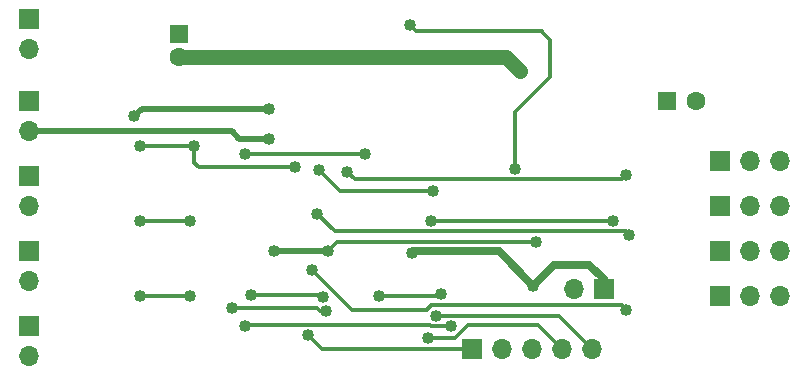
<source format=gbl>
G04 #@! TF.GenerationSoftware,KiCad,Pcbnew,8.0.6*
G04 #@! TF.CreationDate,2024-10-31T15:11:46-07:00*
G04 #@! TF.ProjectId,RocketServo,526f636b-6574-4536-9572-766f2e6b6963,n/c*
G04 #@! TF.SameCoordinates,Original*
G04 #@! TF.FileFunction,Copper,L2,Bot*
G04 #@! TF.FilePolarity,Positive*
%FSLAX46Y46*%
G04 Gerber Fmt 4.6, Leading zero omitted, Abs format (unit mm)*
G04 Created by KiCad (PCBNEW 8.0.6) date 2024-10-31 15:11:46*
%MOMM*%
%LPD*%
G01*
G04 APERTURE LIST*
G04 #@! TA.AperFunction,ComponentPad*
%ADD10R,1.700000X1.700000*%
G04 #@! TD*
G04 #@! TA.AperFunction,ComponentPad*
%ADD11O,1.700000X1.700000*%
G04 #@! TD*
G04 #@! TA.AperFunction,ComponentPad*
%ADD12R,1.600000X1.600000*%
G04 #@! TD*
G04 #@! TA.AperFunction,ComponentPad*
%ADD13C,1.600000*%
G04 #@! TD*
G04 #@! TA.AperFunction,ViaPad*
%ADD14C,1.016000*%
G04 #@! TD*
G04 #@! TA.AperFunction,Conductor*
%ADD15C,0.304800*%
G04 #@! TD*
G04 #@! TA.AperFunction,Conductor*
%ADD16C,0.635000*%
G04 #@! TD*
G04 #@! TA.AperFunction,Conductor*
%ADD17C,0.508000*%
G04 #@! TD*
G04 #@! TA.AperFunction,Conductor*
%ADD18C,1.270000*%
G04 #@! TD*
G04 APERTURE END LIST*
D10*
X139795000Y-117475000D03*
D11*
X142335000Y-117475000D03*
X144875000Y-117475000D03*
D10*
X139795000Y-113665000D03*
D11*
X142335000Y-113665000D03*
X144875000Y-113665000D03*
D10*
X139795000Y-109855000D03*
D11*
X142335000Y-109855000D03*
X144875000Y-109855000D03*
D10*
X139795000Y-106045000D03*
D11*
X142335000Y-106045000D03*
X144875000Y-106045000D03*
D10*
X81280000Y-120015000D03*
D11*
X81280000Y-122555000D03*
D10*
X81280000Y-113665000D03*
D11*
X81280000Y-116205000D03*
D10*
X81280000Y-107315000D03*
D11*
X81280000Y-109855000D03*
D10*
X81280000Y-100965000D03*
D11*
X81280000Y-103505000D03*
X81280000Y-96520000D03*
D10*
X81280000Y-93980000D03*
X129905000Y-116840000D03*
D11*
X127365000Y-116840000D03*
D10*
X118745000Y-121920000D03*
D11*
X121285000Y-121920000D03*
X123825000Y-121920000D03*
X126365000Y-121920000D03*
X128905000Y-121920000D03*
D12*
X135255000Y-100965000D03*
D13*
X137755000Y-100965000D03*
D12*
X93980000Y-95250000D03*
D13*
X93980000Y-97250000D03*
D14*
X122428000Y-106680000D03*
X113538000Y-94488000D03*
X124206000Y-112903000D03*
X106553000Y-113665000D03*
X101981000Y-113665000D03*
X115443000Y-108585000D03*
X105791000Y-106807000D03*
X113638856Y-113813400D03*
X123952000Y-116586000D03*
X122815000Y-98425000D03*
X103759000Y-106553000D03*
X95250000Y-104775000D03*
X90678000Y-104775000D03*
X90678000Y-111125000D03*
X90678000Y-117475000D03*
X94869000Y-111125000D03*
X94869000Y-117475000D03*
X115697000Y-119126000D03*
X115062000Y-121031000D03*
X110871000Y-117475000D03*
X116099400Y-117274627D03*
X104902000Y-120777000D03*
X106117251Y-117547251D03*
X100076000Y-117348000D03*
X106426000Y-118745000D03*
X98425000Y-118491000D03*
X99568000Y-120015000D03*
X116967000Y-120036400D03*
X131826000Y-107188000D03*
X108204000Y-106934000D03*
X130683000Y-111125000D03*
X115316000Y-111125000D03*
X132080000Y-112268000D03*
X105664000Y-110490000D03*
X131826000Y-118618000D03*
X105210749Y-115243749D03*
X109728000Y-105410000D03*
X99568000Y-105410000D03*
X90170000Y-102235000D03*
X101600000Y-101600000D03*
X101600000Y-104140000D03*
D15*
X108860400Y-107590400D02*
X108204000Y-106934000D01*
X124714000Y-95123000D02*
X124714000Y-94996000D01*
X131423600Y-107590400D02*
X108860400Y-107590400D01*
X131826000Y-107188000D02*
X131423600Y-107590400D01*
X125349000Y-95758000D02*
X124714000Y-95123000D01*
X122428000Y-106680000D02*
X122428000Y-101854000D01*
X125349000Y-98933000D02*
X125349000Y-95758000D01*
X124714000Y-94996000D02*
X114046000Y-94996000D01*
X122428000Y-101854000D02*
X125349000Y-98933000D01*
X114046000Y-94996000D02*
X113538000Y-94488000D01*
D16*
X113787256Y-113665000D02*
X113638856Y-113813400D01*
D15*
X131804600Y-111992600D02*
X107166600Y-111992600D01*
D16*
X121031000Y-113665000D02*
X113787256Y-113665000D01*
X123952000Y-116586000D02*
X121031000Y-113665000D01*
D15*
X107315000Y-112903000D02*
X106553000Y-113665000D01*
X107166600Y-111992600D02*
X105664000Y-110490000D01*
X132080000Y-112268000D02*
X131804600Y-111992600D01*
X124206000Y-112903000D02*
X107315000Y-112903000D01*
D17*
X106553000Y-113665000D02*
X101981000Y-113665000D01*
D15*
X115443000Y-108585000D02*
X107569000Y-108585000D01*
X107569000Y-108585000D02*
X105791000Y-106807000D01*
D16*
X129905000Y-116062000D02*
X129905000Y-116840000D01*
X123952000Y-116586000D02*
X125730000Y-114808000D01*
X125730000Y-114808000D02*
X128651000Y-114808000D01*
X128651000Y-114808000D02*
X129905000Y-116062000D01*
D18*
X93980000Y-97250000D02*
X121640000Y-97250000D01*
X121640000Y-97250000D02*
X122815000Y-98425000D01*
D15*
X95250000Y-104775000D02*
X95250000Y-106172000D01*
X95250000Y-106172000D02*
X95631000Y-106553000D01*
X95631000Y-106553000D02*
X103759000Y-106553000D01*
X95250000Y-104775000D02*
X90678000Y-104775000D01*
X90678000Y-111125000D02*
X94869000Y-111125000D01*
X90678000Y-117475000D02*
X94869000Y-117475000D01*
X115319899Y-120036400D02*
X116967000Y-120036400D01*
X115171499Y-119888000D02*
X115319899Y-120036400D01*
X99568000Y-120015000D02*
X99695000Y-119888000D01*
X128905000Y-121920000D02*
X126111000Y-119126000D01*
X110871000Y-117475000D02*
X115899027Y-117475000D01*
X131423600Y-118215600D02*
X115319899Y-118215600D01*
X99695000Y-119888000D02*
X115171499Y-119888000D01*
X131826000Y-118618000D02*
X131423600Y-118215600D01*
X108585000Y-118618000D02*
X105210749Y-115243749D01*
X126111000Y-119126000D02*
X115697000Y-119126000D01*
X114917499Y-118618000D02*
X108585000Y-118618000D01*
X115319899Y-118215600D02*
X114917499Y-118618000D01*
X115899027Y-117475000D02*
X116099400Y-117274627D01*
X118745000Y-121920000D02*
X106045000Y-121920000D01*
X118431600Y-119888000D02*
X117288600Y-121031000D01*
X126365000Y-121920000D02*
X124333000Y-119888000D01*
X124333000Y-119888000D02*
X118872000Y-119888000D01*
X117288600Y-121031000D02*
X115062000Y-121031000D01*
X118872000Y-119888000D02*
X118431600Y-119888000D01*
X106045000Y-121920000D02*
X104902000Y-120777000D01*
X105918000Y-117348000D02*
X106117251Y-117547251D01*
X100076000Y-117348000D02*
X105918000Y-117348000D01*
X106426000Y-118745000D02*
X105918000Y-118745000D01*
X105918000Y-118745000D02*
X105664000Y-118491000D01*
X105664000Y-118491000D02*
X98425000Y-118491000D01*
X130683000Y-111125000D02*
X115316000Y-111125000D01*
X99568000Y-105410000D02*
X109728000Y-105410000D01*
D17*
X90805000Y-101600000D02*
X90170000Y-102235000D01*
X101600000Y-101600000D02*
X90805000Y-101600000D01*
X99060000Y-104140000D02*
X98425000Y-103505000D01*
X101600000Y-104140000D02*
X99060000Y-104140000D01*
X98425000Y-103505000D02*
X81280000Y-103505000D01*
M02*

</source>
